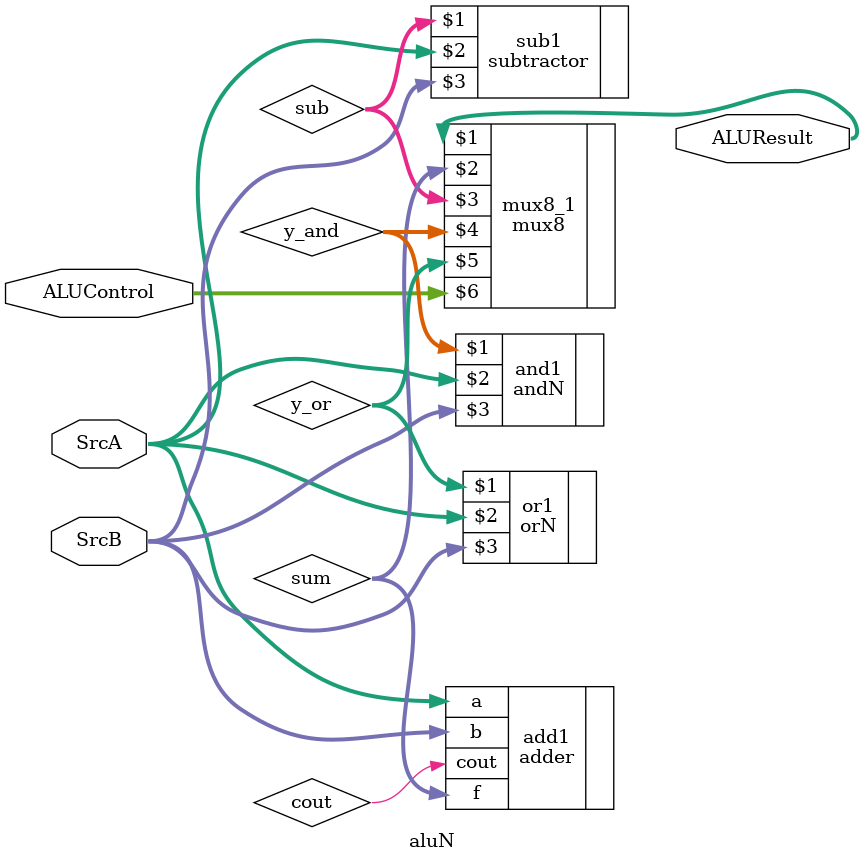
<source format=v>
`include "adder.v"
`include "subtractor.v"
`include "andN.v"
`include "orN.v"
`include "comparators.v"
`include "mux8.v"

module aluN#(parameter N = 8)
           (output [N-1:0] ALUResult,
            input [N-1:0] SrcA, SrcB,
            input [1:0] ALUControl);

    wire [N-1:0] sum;
    wire [N-1:0] sub;
    wire [N-1:0] y_and;
    wire [N-1:0] y_or;

    adder add1(.f(sum), .cout(cout), .a(SrcA), .b(SrcB)); // 00
    subtractor sub1(sub, SrcA, SrcB); // 01
    andN and1(y_and, SrcA, SrcB); // 10
    orN or1(y_or, SrcA, SrcB); // 11
    mux8 mux8_1(ALUResult, sum, sub, y_and, y_or, ALUControl);
endmodule
</source>
